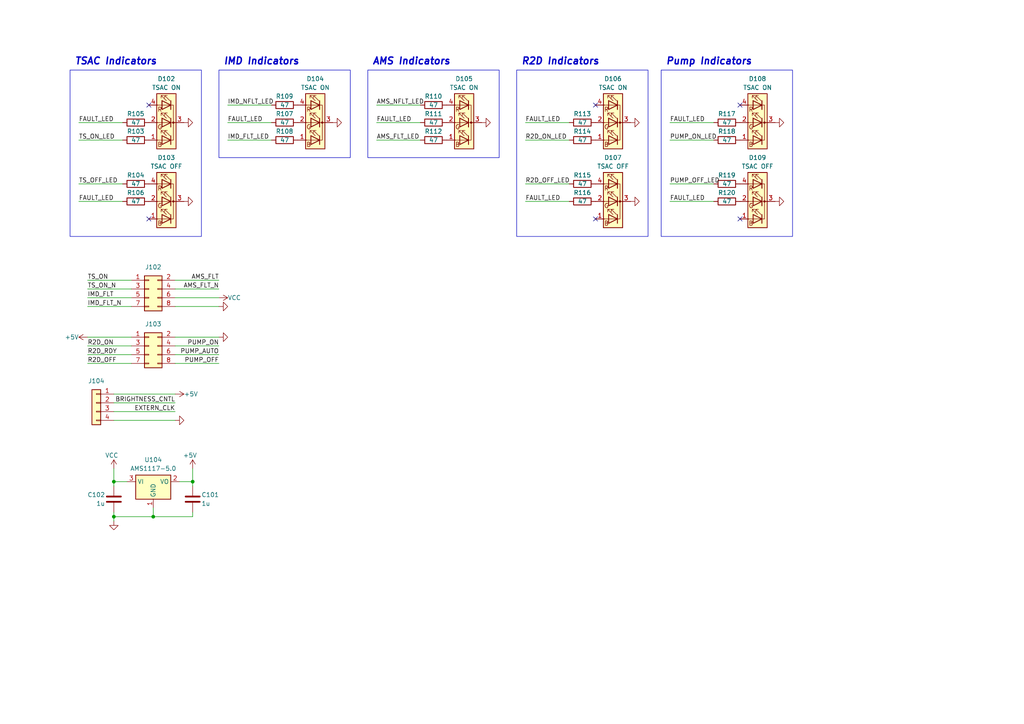
<source format=kicad_sch>
(kicad_sch (version 20230121) (generator eeschema)
  (paper "A4")
  (lib_symbols
    (symbol "74xGxx:74AUC2G08"
      (property "Reference" "U" (at -2.54 3.81 0))
      (property "Value" "74AUC2G08" (at 0 -3.81 0))
      (symbol "74AUC2G08_1_1"
        (arc (start 0 -5.08) (mid 5.0579 0) (end 0 5.08) (stroke (width 0.254)) (fill (type background)))
        (polyline (pts (xy 0 -5.08) (xy -7.62 -5.08) (xy -7.62 5.08) (xy 0 5.08)) (stroke (width 0.254)) (fill (type background)))
        (pin input line (at -15.24 2.54 0) (length 7.62) (name "~") (number "1"))
        (pin input line (at -15.24 -2.54 0) (length 7.62) (name "~") (number "2"))
        (pin output line (at 12.7 0 180) (length 7.62) (name "~") (number "7"))
      )
      (symbol "74AUC2G08_2_1"
        (arc (start 0 -5.08) (mid 5.0579 0) (end 0 5.08) (stroke (width 0.254)) (fill (type background)))
        (polyline (pts (xy 0 -5.08) (xy -7.62 -5.08) (xy -7.62 5.08) (xy 0 5.08)) (stroke (width 0.254)) (fill (type background)))
        (pin output line (at 12.7 0 180) (length 7.62) (name "~") (number "3"))
        (pin input line (at -15.24 2.54 0) (length 7.62) (name "~") (number "5"))
        (pin input line (at -15.24 -2.54 0) (length 7.62) (name "~") (number "6"))
      )
      (symbol "74AUC2G08_3_0"
        (rectangle (start -5.08 -5.08) (end 5.08 5.08) (stroke (width 0.254)) (fill (type background)))
      )
      (symbol "74AUC2G08_3_1"
        (pin power_in line (at 0 -10.16 90) (length 5.08) (name "GND") (number "4"))
        (pin power_in line (at 0 10.16 270) (length 5.08) (name "VCC") (number "8"))
      )
    )
    (symbol "74xGxx:74LVC1G57"
      (property "Reference" "U" (at -5.08 10.16 0))
      (property "Value" "74LVC1G57" (at 7.62 -10.16 0))
      (symbol "74LVC1G57_0_1"
        (rectangle (start -7.62 7.62) (end 7.62 -7.62) (stroke (width 0.254)) (fill (type background)))
      )
      (symbol "74LVC1G57_1_1"
        (pin input line (at -12.7 0 0) (length 5.08) (name "IN1") (number "1"))
        (pin power_in line (at 0 -12.7 90) (length 5.08) (name "GND") (number "2"))
        (pin input line (at -12.7 5.08 0) (length 5.08) (name "IN0") (number "3"))
        (pin output line (at 12.7 0 180) (length 5.08) (name "Y") (number "4"))
        (pin power_in line (at 0 12.7 270) (length 5.08) (name "VCC") (number "5"))
        (pin input line (at -12.7 -5.08 0) (length 5.08) (name "IN2") (number "6"))
      )
    )
    (symbol "74xx:74LS04"
      (property "Reference" "U" (at 0 1.27 0))
      (property "Value" "74LS04" (at 0 -1.27 0))
      (symbol "74LS04_1_0"
        (polyline (pts (xy -3.81 3.81) (xy -3.81 -3.81) (xy 3.81 0) (xy -3.81 3.81)) (stroke (width 0.254)) (fill (type background)))
        (pin input line (at -7.62 0 0) (length 3.81) (name "~") (number "1"))
        (pin output inverted (at 7.62 0 180) (length 3.81) (name "~") (number "2"))
      )
      (symbol "74LS04_2_0"
        (polyline (pts (xy -3.81 3.81) (xy -3.81 -3.81) (xy 3.81 0) (xy -3.81 3.81)) (stroke (width 0.254)) (fill (type background)))
        (pin input line (at -7.62 0 0) (length 3.81) (name "~") (number "3"))
        (pin output inverted (at 7.62 0 180) (length 3.81) (name "~") (number "4"))
      )
      (symbol "74LS04_3_0"
        (polyline (pts (xy -3.81 3.81) (xy -3.81 -3.81) (xy 3.81 0) (xy -3.81 3.81)) (stroke (width 0.254)) (fill (type background)))
        (pin input line (at -7.62 0 0) (length 3.81) (name "~") (number "5"))
        (pin output inverted (at 7.62 0 180) (length 3.81) (name "~") (number "6"))
      )
      (symbol "74LS04_4_0"
        (polyline (pts (xy -3.81 3.81) (xy -3.81 -3.81) (xy 3.81 0) (xy -3.81 3.81)) (stroke (width 0.254)) (fill (type background)))
        (pin output inverted (at 7.62 0 180) (length 3.81) (name "~") (number "8"))
        (pin input line (at -7.62 0 0) (length 3.81) (name "~") (number "9"))
      )
      (symbol "74LS04_5_0"
        (polyline (pts (xy -3.81 3.81) (xy -3.81 -3.81) (xy 3.81 0) (xy -3.81 3.81)) (stroke (width 0.254)) (fill (type background)))
        (pin output inverted (at 7.62 0 180) (length 3.81) (name "~") (number "10"))
        (pin input line (at -7.62 0 0) (length 3.81) (name "~") (number "11"))
      )
      (symbol "74LS04_6_0"
        (polyline (pts (xy -3.81 3.81) (xy -3.81 -3.81) (xy 3.81 0) (xy -3.81 3.81)) (stroke (width 0.254)) (fill (type background)))
        (pin output inverted (at 7.62 0 180) (length 3.81) (name "~") (number "12"))
        (pin input line (at -7.62 0 0) (length 3.81) (name "~") (number "13"))
      )
      (symbol "74LS04_7_0"
        (pin power_in line (at 0 12.7 270) (length 5.08) (name "VCC") (number "14"))
        (pin power_in line (at 0 -12.7 90) (length 5.08) (name "GND") (number "7"))
      )
      (symbol "74LS04_7_1"
        (rectangle (start -5.08 7.62) (end 5.08 -7.62) (stroke (width 0.254)) (fill (type background)))
      )
    )
    (symbol "74xx:74LS136" (pin_names (offset 1.016))
      (property "Reference" "U" (at 0 1.27 0))
      (property "Value" "74LS136" (at 0 -1.27 0))
      (symbol "74LS136_1_0"
        (arc (start -4.4196 -3.81) (mid -3.2033 0) (end -4.4196 3.81) (stroke (width 0.254)))
        (arc (start -3.81 -3.81) (mid -2.589 0) (end -3.81 3.81) (stroke (width 0.254)))
        (arc (start -0.6096 -3.81) (mid 2.1842 -2.5851) (end 3.81 0) (stroke (width 0.254)) (fill (type background)))
        (polyline (pts (xy -3.81 -3.81) (xy -0.635 -3.81)) (stroke (width 0.254)) (fill (type background)))
        (polyline (pts (xy -3.81 3.81) (xy -0.635 3.81)) (stroke (width 0.254)) (fill (type background)))
        (polyline (pts (xy -0.635 3.81) (xy -3.81 3.81) (xy -3.81 3.81) (xy -3.556 3.4036) (xy -3.0226 2.2606) (xy -2.6924 1.0414) (xy -2.6162 -0.254) (xy -2.7686 -1.4986) (xy -3.175 -2.7178) (xy -3.81 -3.81) (xy -3.81 -3.81) (xy -0.635 -3.81)) (stroke (width -25.4)) (fill (type background)))
        (arc (start 3.81 0) (mid 2.1915 2.5936) (end -0.6096 3.81) (stroke (width 0.254)) (fill (type background)))
        (pin input line (at -7.62 2.54 0) (length 4.445) (name "~") (number "1"))
        (pin input line (at -7.62 -2.54 0) (length 4.445) (name "~") (number "2"))
        (pin open_collector line (at 7.62 0 180) (length 3.81) (name "~") (number "3"))
      )
      (symbol "74LS136_1_1"
        (polyline (pts (xy -3.81 -2.54) (xy -3.175 -2.54)) (stroke (width 0.1524)))
        (polyline (pts (xy -3.81 2.54) (xy -3.175 2.54)) (stroke (width 0.1524)))
      )
      (symbol "74LS136_2_0"
        (arc (start -4.4196 -3.81) (mid -3.2033 0) (end -4.4196 3.81) (stroke (width 0.254)))
        (arc (start -3.81 -3.81) (mid -2.589 0) (end -3.81 3.81) (stroke (width 0.254)))
        (arc (start -0.6096 -3.81) (mid 2.1842 -2.5851) (end 3.81 0) (stroke (width 0.254)) (fill (type background)))
        (polyline (pts (xy -3.81 -3.81) (xy -0.635 -3.81)) (stroke (width 0.254)) (fill (type background)))
        (polyline (pts (xy -3.81 3.81) (xy -0.635 3.81)) (stroke (width 0.254)) (fill (type background)))
        (polyline (pts (xy -0.635 3.81) (xy -3.81 3.81) (xy -3.81 3.81) (xy -3.556 3.4036) (xy -3.0226 2.2606) (xy -2.6924 1.0414) (xy -2.6162 -0.254) (xy -2.7686 -1.4986) (xy -3.175 -2.7178) (xy -3.81 -3.81) (xy -3.81 -3.81) (xy -0.635 -3.81)) (stroke (width -25.4)) (fill (type background)))
        (arc (start 3.81 0) (mid 2.1915 2.5936) (end -0.6096 3.81) (stroke (width 0.254)) (fill (type background)))
        (pin input line (at -7.62 2.54 0) (length 4.445) (name "~") (number "4"))
        (pin input line (at -7.62 -2.54 0) (length 4.445) (name "~") (number "5"))
        (pin open_collector line (at 7.62 0 180) (length 3.81) (name "~") (number "6"))
      )
      (symbol "74LS136_2_1"
        (polyline (pts (xy -3.81 -2.54) (xy -3.175 -2.54)) (stroke (width 0.1524)))
        (polyline (pts (xy -3.81 2.54) (xy -3.175 2.54)) (stroke (width 0.1524)))
      )
      (symbol "74LS136_3_0"
        (arc (start -4.4196 -3.81) (mid -3.2033 0) (end -4.4196 3.81) (stroke (width 0.254)))
        (arc (start -3.81 -3.81) (mid -2.589 0) (end -3.81 3.81) (stroke (width 0.254)))
        (arc (start -0.6096 -3.81) (mid 2.1842 -2.5851) (end 3.81 0) (stroke (width 0.254)) (fill (type background)))
        (polyline (pts (xy -3.81 -3.81) (xy -0.635 -3.81)) (stroke (width 0.254)) (fill (type background)))
        (polyline (pts (xy -3.81 3.81) (xy -0.635 3.81)) (stroke (width 0.254)) (fill (type background)))
        (polyline (pts (xy -0.635 3.81) (xy -3.81 3.81) (xy -3.81 3.81) (xy -3.556 3.4036) (xy -3.0226 2.2606) (xy -2.6924 1.0414) (xy -2.6162 -0.254) (xy -2.7686 -1.4986) (xy -3.175 -2.7178) (xy -3.81 -3.81) (xy -3.81 -3.81) (xy -0.635 -3.81)) (stroke (width -25.4)) (fill (type background)))
        (arc (start 3.81 0) (mid 2.1915 2.5936) (end -0.6096 3.81) (stroke (width 0.254)) (fill (type background)))
        (pin input line (at -7.62 -2.54 0) (length 4.445) (name "~") (number "10"))
        (pin open_collector line (at 7.62 0 180) (length 3.81) (name "~") (number "8"))
        (pin input line (at -7.62 2.54 0) (length 4.445) (name "~") (number "9"))
      )
      (symbol "74LS136_3_1"
        (polyline (pts (xy -3.81 -2.54) (xy -3.175 -2.54)) (stroke (width 0.1524)))
        (polyline (pts (xy -3.81 2.54) (xy -3.175 2.54)) (stroke (width 0.1524)))
      )
      (symbol "74LS136_4_0"
        (arc (start -4.4196 -3.81) (mid -3.2033 0) (end -4.4196 3.81) (stroke (width 0.254)))
        (arc (start -3.81 -3.81) (mid -2.589 0) (end -3.81 3.81) (stroke (width 0.254)))
        (arc (start -0.6096 -3.81) (mid 2.1842 -2.5851) (end 3.81 0) (stroke (width 0.254)) (fill (type background)))
        (polyline (pts (xy -3.81 -3.81) (xy -0.635 -3.81)) (stroke (width 0.254)) (fill (type background)))
        (polyline (pts (xy -3.81 3.81) (xy -0.635 3.81)) (stroke (width 0.254)) (fill (type background)))
        (polyline (pts (xy -0.635 3.81) (xy -3.81 3.81) (xy -3.81 3.81) (xy -3.556 3.4036) (xy -3.0226 2.2606) (xy -2.6924 1.0414) (xy -2.6162 -0.254) (xy -2.7686 -1.4986) (xy -3.175 -2.7178) (xy -3.81 -3.81) (xy -3.81 -3.81) (xy -0.635 -3.81)) (stroke (width -25.4)) (fill (type background)))
        (arc (start 3.81 0) (mid 2.1915 2.5936) (end -0.6096 3.81) (stroke (width 0.254)) (fill (type background)))
        (pin open_collector line (at 7.62 0 180) (length 3.81) (name "~") (number "11"))
        (pin input line (at -7.62 2.54 0) (length 4.445) (name "~") (number "12"))
        (pin input line (at -7.62 -2.54 0) (length 4.445) (name "~") (number "13"))
      )
      (symbol "74LS136_4_1"
        (polyline (pts (xy -3.81 -2.54) (xy -3.175 -2.54)) (stroke (width 0.1524)))
        (polyline (pts (xy -3.81 2.54) (xy -3.175 2.54)) (stroke (width 0.1524)))
      )
      (symbol "74LS136_5_0"
        (pin power_in line (at 0 12.7 270) (length 5.08) (name "VCC") (number "14"))
        (pin power_in line (at 0 -12.7 90) (length 5.08) (name "GND") (number "7"))
      )
      (symbol "74LS136_5_1"
        (rectangle (start -5.08 7.62) (end 5.08 -7.62) (stroke (width 0.254)) (fill (type background)))
      )
    )
    (symbol "Connector_Generic:Conn_01x04" (pin_names (offset 1.016) hide)
      (property "Reference" "J" (at 0 5.08 0))
      (property "Value" "Conn_01x04" (at 0 -7.62 0))
      (symbol "Conn_01x04_1_1"
        (rectangle (start -1.27 -4.953) (end 0 -5.207) (stroke (width 0.1524)))
        (rectangle (start -1.27 -2.413) (end 0 -2.667) (stroke (width 0.1524)))
        (rectangle (start -1.27 0.127) (end 0 -0.127) (stroke (width 0.1524)))
        (rectangle (start -1.27 2.667) (end 0 2.413) (stroke (width 0.1524)))
        (rectangle (start -1.27 3.81) (end 1.27 -6.35) (stroke (width 0.254)) (fill (type background)))
        (pin passive line (at -5.08 2.54 0) (length 3.81) (name "Pin_1") (number "1"))
        (pin passive line (at -5.08 0 0) (length 3.81) (name "Pin_2") (number "2"))
        (pin passive line (at -5.08 -2.54 0) (length 3.81) (name "Pin_3") (number "3"))
        (pin passive line (at -5.08 -5.08 0) (length 3.81) (name "Pin_4") (number "4"))
      )
    )
    (symbol "Connector_Generic:Conn_02x04_Odd_Even" (pin_names (offset 1.016) hide)
      (property "Reference" "J" (at 1.27 5.08 0))
      (property "Value" "Conn_02x04_Odd_Even" (at 1.27 -7.62 0))
      (symbol "Conn_02x04_Odd_Even_1_1"
        (rectangle (start -1.27 -4.953) (end 0 -5.207) (stroke (width 0.1524)))
        (rectangle (start -1.27 -2.413) (end 0 -2.667) (stroke (width 0.1524)))
        (rectangle (start -1.27 0.127) (end 0 -0.127) (stroke (width 0.1524)))
        (rectangle (start -1.27 2.667) (end 0 2.413) (stroke (width 0.1524)))
        (rectangle (start -1.27 3.81) (end 3.81 -6.35) (stroke (width 0.254)) (fill (type background)))
        (rectangle (start 3.81 -4.953) (end 2.54 -5.207) (stroke (width 0.1524)))
        (rectangle (start 3.81 -2.413) (end 2.54 -2.667) (stroke (width 0.1524)))
        (rectangle (start 3.81 0.127) (end 2.54 -0.127) (stroke (width 0.1524)))
        (rectangle (start 3.81 2.667) (end 2.54 2.413) (stroke (width 0.1524)))
        (pin passive line (at -5.08 2.54 0) (length 3.81) (name "Pin_1") (number "1"))
        (pin passive line (at 7.62 2.54 180) (length 3.81) (name "Pin_2") (number "2"))
        (pin passive line (at -5.08 0 0) (length 3.81) (name "Pin_3") (number "3"))
        (pin passive line (at 7.62 0 180) (length 3.81) (name "Pin_4") (number "4"))
        (pin passive line (at -5.08 -2.54 0) (length 3.81) (name "Pin_5") (number "5"))
        (pin passive line (at 7.62 -2.54 180) (length 3.81) (name "Pin_6") (number "6"))
        (pin passive line (at -5.08 -5.08 0) (length 3.81) (name "Pin_7") (number "7"))
        (pin passive line (at 7.62 -5.08 180) (length 3.81) (name "Pin_8") (number "8"))
      )
    )
    (symbol "Device:C" (pin_numbers hide) (pin_names (offset 0.254))
      (property "Reference" "C" (at 0.635 2.54 0))
      (property "Value" "C" (at 0.635 -2.54 0))
      (symbol "C_0_1"
        (polyline (pts (xy -2.032 -0.762) (xy 2.032 -0.762)) (stroke (width 0.508)))
        (polyline (pts (xy -2.032 0.762) (xy 2.032 0.762)) (stroke (width 0.508)))
      )
      (symbol "C_1_1"
        (pin passive line (at 0 3.81 270) (length 2.794) (name "~") (number "1"))
        (pin passive line (at 0 -3.81 90) (length 2.794) (name "~") (number "2"))
      )
    )
    (symbol "Device:LED_BGKR" (pin_names (offset 0) hide)
      (property "Reference" "D" (at 0 9.398 0))
      (property "Value" "LED_BGKR" (at 0 -8.89 0))
      (symbol "LED_BGKR_0_0"
        (text "B" (at 1.905 -6.35 0) (effects (font (size 1.27 1.27))))
        (text "G" (at 1.905 -1.27 0) (effects (font (size 1.27 1.27))))
        (text "R" (at 1.905 3.81 0) (effects (font (size 1.27 1.27))))
      )
      (symbol "LED_BGKR_0_1"
        (circle (center -2.032 0) (radius 0.254) (fill (type outline)))
        (polyline (pts (xy -1.27 -5.08) (xy 1.27 -5.08)))
        (polyline (pts (xy -1.27 -3.81) (xy -1.27 -6.35)) (stroke (width 0.254)))
        (polyline (pts (xy -1.27 0) (xy -2.54 0)))
        (polyline (pts (xy -1.27 1.27) (xy -1.27 -1.27)) (stroke (width 0.254)))
        (polyline (pts (xy -1.27 5.08) (xy 1.27 5.08)))
        (polyline (pts (xy -1.27 6.35) (xy -1.27 3.81)) (stroke (width 0.254)))
        (polyline (pts (xy 1.27 -5.08) (xy 2.54 -5.08)))
        (polyline (pts (xy 1.27 0) (xy -1.27 0)))
        (polyline (pts (xy 1.27 0) (xy 2.54 0)))
        (polyline (pts (xy 1.27 5.08) (xy 2.54 5.08)))
        (polyline (pts (xy -1.27 1.27) (xy -1.27 -1.27) (xy -1.27 -1.27)))
        (polyline (pts (xy -1.27 6.35) (xy -1.27 3.81) (xy -1.27 3.81)))
        (polyline (pts (xy -1.27 5.08) (xy -2.032 5.08) (xy -2.032 -5.08) (xy -1.016 -5.08)))
        (polyline (pts (xy 1.27 -3.81) (xy 1.27 -6.35) (xy -1.27 -5.08) (xy 1.27 -3.81)) (stroke (width 0.254)))
        (polyline (pts (xy 1.27 1.27) (xy 1.27 -1.27) (xy -1.27 0) (xy 1.27 1.27)) (stroke (width 0.254)))
        (polyline (pts (xy 1.27 6.35) (xy 1.27 3.81) (xy -1.27 5.08) (xy 1.27 6.35)) (stroke (width 0.254)))
        (polyline (pts (xy -1.016 -3.81) (xy 0.508 -2.286) (xy -0.254 -2.286) (xy 0.508 -2.286) (xy 0.508 -3.048)))
        (polyline (pts (xy -1.016 1.27) (xy 0.508 2.794) (xy -0.254 2.794) (xy 0.508 2.794) (xy 0.508 2.032)))
        (polyline (pts (xy -1.016 6.35) (xy 0.508 7.874) (xy -0.254 7.874) (xy 0.508 7.874) (xy 0.508 7.112)))
        (polyline (pts (xy 0 -3.81) (xy 1.524 -2.286) (xy 0.762 -2.286) (xy 1.524 -2.286) (xy 1.524 -3.048)))
        (polyline (pts (xy 0 1.27) (xy 1.524 2.794) (xy 0.762 2.794) (xy 1.524 2.794) (xy 1.524 2.032)))
        (polyline (pts (xy 0 6.35) (xy 1.524 7.874) (xy 0.762 7.874) (xy 1.524 7.874) (xy 1.524 7.112)))
        (rectangle (start 1.27 -1.27) (end 1.27 1.27))
        (rectangle (start 1.27 1.27) (end 1.27 1.27))
        (rectangle (start 1.27 3.81) (end 1.27 6.35))
        (rectangle (start 1.27 6.35) (end 1.27 6.35))
        (rectangle (start 2.794 8.382) (end -2.794 -7.62) (stroke (width 0.254)) (fill (type background)))
      )
      (symbol "LED_BGKR_1_1"
        (pin passive line (at 5.08 -5.08 180) (length 2.54) (name "BA") (number "1"))
        (pin passive line (at 5.08 0 180) (length 2.54) (name "GA") (number "2"))
        (pin passive line (at -5.08 0 0) (length 2.54) (name "K") (number "3"))
        (pin passive line (at 5.08 5.08 180) (length 2.54) (name "RA") (number "4"))
      )
    )
    (symbol "Device:R" (pin_numbers hide) (pin_names (offset 0))
      (property "Reference" "R" (at 2.032 0 90))
      (property "Value" "R" (at 0 0 90))
      (symbol "R_0_1"
        (rectangle (start -1.016 -2.54) (end 1.016 2.54) (stroke (width 0.254)))
      )
      (symbol "R_1_1"
        (pin passive line (at 0 3.81 270) (length 1.27) (name "~") (number "1"))
        (pin passive line (at 0 -3.81 90) (length 1.27) (name "~") (number "2"))
      )
    )
    (symbol "Regulator_Linear:AMS1117-5.0"
      (property "Reference" "U" (at -3.81 3.175 0))
      (property "Value" "AMS1117-5.0" (at 0 3.175 0))
      (symbol "AMS1117-5.0_0_1"
        (rectangle (start -5.08 -5.08) (end 5.08 1.905) (stroke (width 0.254)) (fill (type background)))
      )
      (symbol "AMS1117-5.0_1_1"
        (pin power_in line (at 0 -7.62 90) (length 2.54) (name "GND") (number "1"))
        (pin power_out line (at 7.62 0 180) (length 2.54) (name "VO") (number "2"))
        (pin power_in line (at -7.62 0 0) (length 2.54) (name "VI") (number "3"))
      )
    )
    (symbol "power:+5V" (power) (pin_names (offset 0))
      (property "Value" "+5V" (at 0 3.556 0))
      (symbol "+5V_0_1"
        (polyline (pts (xy -0.762 1.27) (xy 0 2.54)))
        (polyline (pts (xy 0 0) (xy 0 2.54)))
        (polyline (pts (xy 0 2.54) (xy 0.762 1.27)))
      )
      (symbol "+5V_1_1"
        (pin power_in line (at 0 0 90) (length 0) hide (name "+5V") (number "1"))
      )
    )
    (symbol "power:GND" (power) (pin_names (offset 0))
      (property "Value" "GND" (at 0 -3.81 0))
      (symbol "GND_0_1"
        (polyline (pts (xy 0 0) (xy 0 -1.27) (xy 1.27 -1.27) (xy 0 -2.54) (xy -1.27 -1.27) (xy 0 -1.27)))
      )
      (symbol "GND_1_1"
        (pin power_in line (at 0 0 270) (length 0) hide (name "GND") (number "1"))
      )
    )
    (symbol "power:VCC" (power) (pin_names (offset 0))
      (property "Value" "VCC" (at 0 3.81 0))
      (symbol "VCC_0_1"
        (polyline (pts (xy -0.762 1.27) (xy 0 2.54)))
        (polyline (pts (xy 0 0) (xy 0 2.54)))
        (polyline (pts (xy 0 2.54) (xy 0.762 1.27)))
      )
      (symbol "VCC_1_1"
        (pin power_in line (at 0 0 90) (length 0) hide (name "VCC") (number "1"))
      )
    )
  )
  (junction (at 33.02 139.7))
  (junction (at 44.45 149.86))
  (junction (at -60.96 118.11))
  (junction (at 33.02 149.86))
  (junction (at 55.88 139.7))
  (junction (at -80.01 120.65))
  (no_connect (at 214.63 30.48))
  (no_connect (at 214.63 63.5))
  (no_connect (at 43.18 30.48))
  (no_connect (at 172.72 63.5))
  (no_connect (at 43.18 63.5))
  (no_connect (at 172.72 30.48))
  (wire (pts (xy 25.4 102.87) (xy 38.1 102.87)))
  (wire (pts (xy 152.4 40.64) (xy 165.1 40.64)))
  (wire (pts (xy 50.8 102.87) (xy 63.5 102.87)))
  (wire (pts (xy 33.02 149.86) (xy 33.02 151.13)))
  (wire (pts (xy 33.02 119.38) (xy 50.8 119.38)))
  (wire (pts (xy 63.5 100.33) (xy 50.8 100.33)))
  (wire (pts (xy 25.4 81.28) (xy 38.1 81.28)))
  (wire (pts (xy -60.96 118.11) (xy -60.96 111.76)))
  (wire (pts (xy 33.02 149.86) (xy 44.45 149.86)))
  (wire (pts (xy 33.02 149.86) (xy 33.02 148.59)))
  (wire (pts (xy 152.4 58.42) (xy 165.1 58.42)))
  (wire (pts (xy 33.02 139.7) (xy 36.83 139.7)))
  (wire (pts (xy 152.4 53.34) (xy 165.1 53.34)))
  (wire (pts (xy 66.04 30.48) (xy 78.74 30.48)))
  (wire (pts (xy -57.15 129.54) (xy -80.01 129.54)))
  (wire (pts (xy -38.1 111.76) (xy -26.67 111.76)))
  (wire (pts (xy 152.4 35.56) (xy 165.1 35.56)))
  (wire (pts (xy 63.5 81.28) (xy 50.8 81.28)))
  (wire (pts (xy 22.86 35.56) (xy 35.56 35.56)))
  (wire (pts (xy -88.9 120.65) (xy -80.01 120.65)))
  (wire (pts (xy 22.86 40.64) (xy 35.56 40.64)))
  (wire (pts (xy 33.02 140.97) (xy 33.02 139.7)))
  (wire (pts (xy 55.88 140.97) (xy 55.88 139.7)))
  (wire (pts (xy 109.22 30.48) (xy 121.92 30.48)))
  (wire (pts (xy 52.07 139.7) (xy 55.88 139.7)))
  (wire (pts (xy 50.8 88.9) (xy 63.5 88.9)))
  (wire (pts (xy -60.96 124.46) (xy -57.15 124.46)))
  (wire (pts (xy 25.4 97.79) (xy 38.1 97.79)))
  (wire (pts (xy 22.86 58.42) (xy 35.56 58.42)))
  (wire (pts (xy -60.96 111.76) (xy -53.34 111.76)))
  (wire (pts (xy 44.45 147.32) (xy 44.45 149.86)))
  (wire (pts (xy 55.88 135.89) (xy 55.88 139.7)))
  (wire (pts (xy 50.8 105.41) (xy 63.5 105.41)))
  (wire (pts (xy 55.88 149.86) (xy 55.88 148.59)))
  (wire (pts (xy 25.4 88.9) (xy 38.1 88.9)))
  (wire (pts (xy 25.4 83.82) (xy 38.1 83.82)))
  (wire (pts (xy 194.31 58.42) (xy 207.01 58.42)))
  (wire (pts (xy 25.4 86.36) (xy 38.1 86.36)))
  (wire (pts (xy 194.31 35.56) (xy 207.01 35.56)))
  (wire (pts (xy 44.45 149.86) (xy 55.88 149.86)))
  (wire (pts (xy -80.01 129.54) (xy -80.01 120.65)))
  (wire (pts (xy -62.23 118.11) (xy -60.96 118.11)))
  (wire (pts (xy 63.5 83.82) (xy 50.8 83.82)))
  (wire (pts (xy 194.31 40.64) (xy 207.01 40.64)))
  (wire (pts (xy 109.22 35.56) (xy 121.92 35.56)))
  (wire (pts (xy -60.96 118.11) (xy -60.96 124.46)))
  (wire (pts (xy -80.01 120.65) (xy -77.47 120.65)))
  (wire (pts (xy 25.4 105.41) (xy 38.1 105.41)))
  (wire (pts (xy 194.31 53.34) (xy 207.01 53.34)))
  (wire (pts (xy 50.8 114.3) (xy 33.02 114.3)))
  (wire (pts (xy 66.04 35.56) (xy 78.74 35.56)))
  (wire (pts (xy 25.4 100.33) (xy 38.1 100.33)))
  (wire (pts (xy 66.04 40.64) (xy 78.74 40.64)))
  (wire (pts (xy 109.22 40.64) (xy 121.92 40.64)))
  (wire (pts (xy 50.8 86.36) (xy 63.5 86.36)))
  (wire (pts (xy 63.5 97.79) (xy 50.8 97.79)))
  (wire (pts (xy 22.86 53.34) (xy 35.56 53.34)))
  (wire (pts (xy 33.02 121.92) (xy 50.8 121.92)))
  (wire (pts (xy 33.02 135.89) (xy 33.02 139.7)))
  (wire (pts (xy 33.02 116.84) (xy 50.8 116.84)))
  (wire (pts (xy -88.9 115.57) (xy -77.47 115.57)))
  (rectangle (start 191.77 20.32) (end 229.87 68.58))
  (rectangle (start 106.68 20.32) (end 144.78 45.72))
  (rectangle (start 63.5 20.32) (end 101.6 45.72))
  (rectangle (start 20.32 20.32) (end 58.42 68.58))
  (rectangle (start 149.86 20.32) (end 187.96 68.58))
  (text "AMS Indicators" (at 107.95 19.05 0) (effects (font (size 2 2) (thickness 0.4) bold italic) (justify left bottom)))
  (text "R2D Indicators" (at 151.13 19.05 0) (effects (font (size 2 2) (thickness 0.4) bold italic) (justify left bottom)))
  (text "Pump Indicators" (at 193.04 19.05 0) (effects (font (size 2 2) (thickness 0.4) bold italic) (justify left bottom)))
  (text "IMD Indicators" (at 64.77 19.05 0) (effects (font (size 2 2) (thickness 0.4) bold italic) (justify left bottom)))
  (text "TSAC Indicators" (at 21.59 19.05 0) (effects (font (size 2 2) (thickness 0.4) bold italic) (justify left bottom)))
  (label "TS_ON_N" (at 25.4 83.82 0))
  (label "AMS_FLT" (at 63.5 81.28 180))
  (label "FAULT_LED" (at 194.31 35.56 0))
  (label "FAULT_LED" (at 22.86 35.56 0))
  (label "FAULT_LED" (at 109.22 35.56 0))
  (label "AMS_FLT_N" (at 63.5 83.82 180))
  (label "EXTERN_CLK" (at 50.8 119.38 180))
  (label "R2D_OFF_LED" (at 152.4 53.34 0))
  (label "IMD_FLT_LED" (at 66.04 40.64 0))
  (label "R2D_ON_LED" (at 152.4 40.64 0))
  (label "FAULT_LED" (at 152.4 58.42 0))
  (label "PUMP_ON_LED" (at 194.31 40.64 0))
  (label "FAULT_LED" (at 22.86 58.42 0))
  (label "FAULT_LED" (at 152.4 35.56 0))
  (label "IMD_FLT_N" (at 25.4 88.9 0))
  (label "PUMP_OFF" (at 63.5 105.41 180))
  (label "PUMP_OFF_LED" (at 194.31 53.34 0))
  (label "PUMP_AUTO" (at 63.5 102.87 180))
  (label "R2D_OFF" (at 25.4 105.41 0))
  (label "IMD_FLT" (at 25.4 86.36 0))
  (label "R2D_ON" (at 25.4 100.33 0))
  (label "AMS_FLT_LED" (at 109.22 40.64 0))
  (label "R2D_RDY" (at 25.4 102.87 0))
  (label "BRIGHTNESS_CNTL" (at 50.8 116.84 180))
  (label "TS_ON" (at 25.4 81.28 0))
  (label "TS_OFF_LED" (at 22.86 53.34 0))
  (label "AMS_NFLT_LED" (at 109.22 30.48 0))
  (label "PUMP_ON" (at 63.5 100.33 180))
  (label "TS_ON_LED" (at 22.86 40.64 0))
  (label "FAULT_LED" (at 66.04 35.56 0))
  (label "IMD_NFLT_LED" (at 66.04 30.48 0))
  (label "FAULT_LED" (at 194.31 58.42 0))
  (symbol (lib_id "Device:LED_BGKR") (at 48.26 58.42 0) (mirror y) (unit 1)
    (property "Reference" "D103" (at 48.26 45.72 0))
    (property "Value" "TSAC OFF" (at 48.26 48.26 0))
  )
  (symbol (lib_id "Device:LED_BGKR") (at 134.62 35.56 0) (mirror y) (unit 1)
    (property "Reference" "D105" (at 134.62 22.86 0))
    (property "Value" "TSAC ON" (at 134.62 25.4 0))
  )
  (symbol (lib_id "Device:LED_BGKR") (at 219.71 58.42 0) (mirror y) (unit 1)
    (property "Reference" "D109" (at 219.71 45.72 0))
    (property "Value" "TSAC OFF" (at 219.71 48.26 0))
  )
  (symbol (lib_id "Device:LED_BGKR") (at 177.8 58.42 0) (mirror y) (unit 1)
    (property "Reference" "D107" (at 177.8 45.72 0))
    (property "Value" "TSAC OFF" (at 177.8 48.26 0))
  )
  (symbol (lib_id "Device:LED_BGKR") (at 48.26 35.56 0) (mirror y) (unit 1)
    (property "Reference" "D102" (at 48.26 22.86 0))
    (property "Value" "TSAC ON" (at 48.26 25.4 0))
  )
  (symbol (lib_id "Device:R") (at 168.91 53.34 90) (unit 1)
    (property "Reference" "R115" (at 168.91 50.8 90))
    (property "Value" "47" (at 168.91 53.34 90))
  )
  (symbol (lib_id "power:GND") (at 139.7 35.56 90) (unit 1)
    (property "Reference" "#PWR0106" (effects hide))
    (property "Value" "GND" (effects hide))
  )
  (symbol (lib_id "power:+5V") (at 25.4 97.79 90) (mirror x) (unit 1)
    (property "Reference" "#PWR0111" (effects hide))
    (property "Value" "+5V" (at 22.86 97.79 90) (effects (justify left)))
  )
  (symbol (lib_id "Device:R") (at 125.73 40.64 90) (unit 1)
    (property "Reference" "R112" (at 125.73 38.1 90))
    (property "Value" "47" (at 125.73 40.64 90))
  )
  (symbol (lib_id "Device:R") (at 82.55 35.56 90) (unit 1)
    (property "Reference" "R107" (at 82.55 33.02 90))
    (property "Value" "47" (at 82.55 35.56 90))
  )
  (symbol (lib_id "Connector_Generic:Conn_01x04") (at 27.94 116.84 0) (mirror y) (unit 1)
    (property "Reference" "J104" (at 27.94 110.49 0))
    (property "Value" "Conn_01x04" (effects hide))
  )
  (symbol (lib_id "74xGxx:74LVC1G57") (at -81.28 175.26 0) (unit 1)
    (property "Reference" "U105" (at -66.04 171.6121 0))
    (property "Value" "74LVC1G57" (at -66.04 174.1521 0))
    (property "Datasheet" "http://www.ti.com/lit/sg/scyt129e/scyt129e.pdf" (effects hide))
  )
  (symbol (lib_id "Device:R") (at 210.82 40.64 90) (unit 1)
    (property "Reference" "R118" (at 210.82 38.1 90))
    (property "Value" "47" (at 210.82 40.64 90))
  )
  (symbol (lib_id "Regulator_Linear:AMS1117-5.0") (at 44.45 139.7 0) (unit 1)
    (property "Reference" "U104" (at 44.45 133.35 0))
    (property "Value" "AMS1117-5.0" (at 44.45 135.89 0))
    (property "Footprint" "Package_TO_SOT_SMD:SOT-223-3_TabPin2" (effects hide))
    (property "Datasheet" "http://www.advanced-monolithic.com/pdf/ds1117.pdf" (effects hide))
  )
  (symbol (lib_id "power:GND") (at 53.34 35.56 90) (unit 1)
    (property "Reference" "#PWR0103" (effects hide))
    (property "Value" "GND" (effects hide))
  )
  (symbol (lib_id "power:GND") (at 53.34 58.42 90) (unit 1)
    (property "Reference" "#PWR0104" (effects hide))
    (property "Value" "GND" (effects hide))
  )
  (symbol (lib_id "power:GND") (at 63.5 88.9 90) (unit 1)
    (property "Reference" "#PWR0109" (effects hide))
    (property "Value" "GND" (effects hide))
  )
  (symbol (lib_id "power:VCC") (at 33.02 135.89 0) (unit 1)
    (property "Reference" "#PWR0118" (effects hide))
    (property "Value" "VCC" (at 30.48 132.08 0) (effects (justify left)))
  )
  (symbol (lib_id "Device:R") (at 39.37 35.56 90) (unit 1)
    (property "Reference" "R105" (at 39.37 33.02 90))
    (property "Value" "47" (at 39.37 35.56 90))
  )
  (symbol (lib_id "74xGxx:74AUC2G08") (at -41.91 127 0) (unit 1)
    (property "Reference" "U103" (at -43.18 118.11 0))
    (property "Value" "74AUC2G08" (at -43.18 120.65 0))
    (property "Datasheet" "http://www.ti.com/lit/sg/scyt129e/scyt129e.pdf" (effects hide))
  )
  (symbol (lib_id "Device:R") (at 39.37 58.42 90) (unit 1)
    (property "Reference" "R106" (at 39.37 55.88 90))
    (property "Value" "47" (at 39.37 58.42 90))
  )
  (symbol (lib_id "Device:R") (at 210.82 53.34 90) (unit 1)
    (property "Reference" "R119" (at 210.82 50.8 90))
    (property "Value" "47" (at 210.82 53.34 90))
  )
  (symbol (lib_id "Device:LED_BGKR") (at 177.8 35.56 0) (mirror y) (unit 1)
    (property "Reference" "D106" (at 177.8 22.86 0))
    (property "Value" "TSAC ON" (at 177.8 25.4 0))
  )
  (symbol (lib_id "Device:R") (at 82.55 40.64 90) (unit 1)
    (property "Reference" "R108" (at 82.55 38.1 90))
    (property "Value" "47" (at 82.55 40.64 90))
  )
  (symbol (lib_id "power:GND") (at 50.8 121.92 90) (unit 1)
    (property "Reference" "#PWR0116" (effects hide))
    (property "Value" "GND" (effects hide))
  )
  (symbol (lib_id "Device:C") (at 33.02 144.78 0) (mirror y) (unit 1)
    (property "Reference" "C102" (at 30.48 143.51 0) (effects (justify left)))
    (property "Value" "1u" (at 30.48 146.05 0) (effects (justify left)))
  )
  (symbol (lib_id "Device:R") (at 125.73 30.48 90) (unit 1)
    (property "Reference" "R110" (at 125.73 27.94 90))
    (property "Value" "47" (at 125.73 30.48 90))
  )
  (symbol (lib_id "Connector_Generic:Conn_02x04_Odd_Even") (at 43.18 100.33 0) (unit 1)
    (property "Reference" "J103" (at 44.45 93.98 0))
    (property "Value" "Conn_02x04_Odd_Even" (effects hide))
  )
  (symbol (lib_id "Device:LED_BGKR") (at 219.71 35.56 0) (mirror y) (unit 1)
    (property "Reference" "D108" (at 219.71 22.86 0))
    (property "Value" "TSAC ON" (at 219.71 25.4 0))
  )
  (symbol (lib_id "power:GND") (at 96.52 35.56 90) (unit 1)
    (property "Reference" "#PWR0105" (effects hide))
    (property "Value" "GND" (effects hide))
  )
  (symbol (lib_id "power:+5V") (at 50.8 114.3 270) (unit 1)
    (property "Reference" "#PWR0115" (effects hide))
    (property "Value" "+5V" (at 53.34 114.3 90) (effects (justify left)))
  )
  (symbol (lib_id "power:GND") (at 224.79 58.42 90) (unit 1)
    (property "Reference" "#PWR0114" (effects hide))
    (property "Value" "GND" (effects hide))
  )
  (symbol (lib_id "Device:R") (at 210.82 35.56 90) (unit 1)
    (property "Reference" "R117" (at 210.82 33.02 90))
    (property "Value" "47" (at 210.82 35.56 90))
  )
  (symbol (lib_id "power:VCC") (at 63.5 86.36 270) (unit 1)
    (property "Reference" "#PWR0110" (effects hide))
    (property "Value" "VCC" (at 66.04 86.36 90) (effects (justify left)))
  )
  (symbol (lib_id "74xx:74LS04") (at -45.72 111.76 0) (unit 1)
    (property "Reference" "U102" (at -45.72 104.14 0))
    (property "Value" "74LS04" (at -45.72 106.68 0))
    (property "Datasheet" "http://www.ti.com/lit/gpn/sn74LS04" (effects hide))
  )
  (symbol (lib_id "power:GND") (at 182.88 58.42 90) (unit 1)
    (property "Reference" "#PWR0108" (effects hide))
    (property "Value" "GND" (effects hide))
  )
  (symbol (lib_id "Device:LED_BGKR") (at 91.44 35.56 0) (mirror y) (unit 1)
    (property "Reference" "D104" (at 91.44 22.86 0))
    (property "Value" "TSAC ON" (at 91.44 25.4 0))
  )
  (symbol (lib_id "Device:C") (at 55.88 144.78 0) (unit 1)
    (property "Reference" "C101" (at 58.42 143.51 0) (effects (justify left)))
    (property "Value" "1u" (at 58.42 146.05 0) (effects (justify left)))
  )
  (symbol (lib_id "Connector_Generic:Conn_02x04_Odd_Even") (at 43.18 83.82 0) (unit 1)
    (property "Reference" "J102" (at 44.45 77.47 0))
    (property "Value" "Conn_02x04_Odd_Even" (effects hide))
  )
  (symbol (lib_id "Device:R") (at 168.91 58.42 90) (unit 1)
    (property "Reference" "R116" (at 168.91 55.88 90))
    (property "Value" "47" (at 168.91 58.42 90))
  )
  (symbol (lib_id "Device:R") (at 39.37 53.34 90) (unit 1)
    (property "Reference" "R104" (at 39.37 50.8 90))
    (property "Value" "47" (at 39.37 53.34 90))
  )
  (symbol (lib_id "Device:R") (at 82.55 30.48 90) (unit 1)
    (property "Reference" "R109" (at 82.55 27.94 90))
    (property "Value" "47" (at 82.55 30.48 90))
  )
  (symbol (lib_id "Device:R") (at 125.73 35.56 90) (unit 1)
    (property "Reference" "R111" (at 125.73 33.02 90))
    (property "Value" "47" (at 125.73 35.56 90))
  )
  (symbol (lib_id "power:GND") (at 33.02 151.13 0) (unit 1)
    (property "Reference" "#PWR0117" (effects hide))
    (property "Value" "GND" (effects hide))
  )
  (symbol (lib_id "Device:R") (at 210.82 58.42 90) (unit 1)
    (property "Reference" "R120" (at 210.82 55.88 90))
    (property "Value" "47" (at 210.82 58.42 90))
  )
  (symbol (lib_id "power:GND") (at 182.88 35.56 90) (unit 1)
    (property "Reference" "#PWR0107" (effects hide))
    (property "Value" "GND" (effects hide))
  )
  (symbol (lib_id "74xx:74LS136") (at -69.85 118.11 0) (unit 1)
    (property "Reference" "U101" (at -70.1548 109.22 0))
    (property "Value" "74LS136" (at -70.1548 111.76 0))
    (property "Datasheet" "http://www.ti.com/lit/ds/symlink/sn54ls136.pdf" (effects hide))
  )
  (symbol (lib_id "Device:R") (at 168.91 40.64 90) (unit 1)
    (property "Reference" "R114" (at 168.91 38.1 90))
    (property "Value" "47" (at 168.91 40.64 90))
  )
  (symbol (lib_id "power:GND") (at 224.79 35.56 90) (unit 1)
    (property "Reference" "#PWR0113" (effects hide))
    (property "Value" "GND" (effects hide))
  )
  (symbol (lib_id "power:+5V") (at 55.88 135.89 0) (mirror y) (unit 1)
    (property "Reference" "#PWR0119" (effects hide))
    (property "Value" "+5V" (at 57.15 132.08 0) (effects (justify left)))
  )
  (symbol (lib_id "Device:R") (at 168.91 35.56 90) (unit 1)
    (property "Reference" "R113" (at 168.91 33.02 90))
    (property "Value" "47" (at 168.91 35.56 90))
  )
  (symbol (lib_id "power:GND") (at 63.5 97.79 90) (unit 1)
    (property "Reference" "#PWR0112" (effects hide))
    (property "Value" "GND" (effects hide))
  )
  (symbol (lib_id "Device:R") (at 39.37 40.64 90) (unit 1)
    (property "Reference" "R103" (at 39.37 38.1 90))
    (property "Value" "47" (at 39.37 40.64 90))
  )
)
</source>
